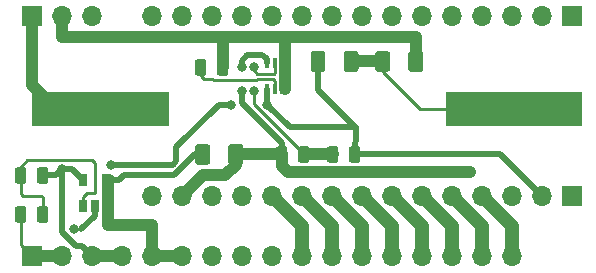
<source format=gbr>
G04 #@! TF.GenerationSoftware,KiCad,Pcbnew,5.1.5+dfsg1-2build2*
G04 #@! TF.CreationDate,2021-06-04T03:42:04+02:00*
G04 #@! TF.ProjectId,circuit8,63697263-7569-4743-982e-6b696361645f,rev?*
G04 #@! TF.SameCoordinates,Original*
G04 #@! TF.FileFunction,Copper,L1,Top*
G04 #@! TF.FilePolarity,Positive*
%FSLAX46Y46*%
G04 Gerber Fmt 4.6, Leading zero omitted, Abs format (unit mm)*
G04 Created by KiCad (PCBNEW 5.1.5+dfsg1-2build2) date 2021-06-04 03:42:04*
%MOMM*%
%LPD*%
G04 APERTURE LIST*
%ADD10R,6.000000X3.000000*%
%ADD11O,1.700000X1.700000*%
%ADD12R,1.700000X1.700000*%
%ADD13C,0.100000*%
%ADD14R,0.400000X0.900000*%
%ADD15R,0.650000X1.060000*%
%ADD16C,0.800000*%
%ADD17C,0.250000*%
%ADD18C,0.500000*%
%ADD19C,1.000000*%
%ADD20C,1.200000*%
G04 APERTURE END LIST*
D10*
X28432000Y-33274000D03*
X69032000Y-33274000D03*
X34032000Y-33274000D03*
X63432000Y-33274000D03*
D11*
X35560000Y-25400000D03*
X38100000Y-25400000D03*
X40640000Y-25400000D03*
X43180000Y-25400000D03*
X45720000Y-25400000D03*
X48260000Y-25400000D03*
X50800000Y-25400000D03*
X53340000Y-25400000D03*
X55880000Y-25400000D03*
X58420000Y-25400000D03*
X60960000Y-25400000D03*
X63500000Y-25400000D03*
X66040000Y-25400000D03*
X68580000Y-25400000D03*
D12*
X71120000Y-25400000D03*
G04 #@! TA.AperFunction,SMDPad,CuDef*
D13*
G36*
X58317504Y-28336204D02*
G01*
X58341773Y-28339804D01*
X58365571Y-28345765D01*
X58388671Y-28354030D01*
X58410849Y-28364520D01*
X58431893Y-28377133D01*
X58451598Y-28391747D01*
X58469777Y-28408223D01*
X58486253Y-28426402D01*
X58500867Y-28446107D01*
X58513480Y-28467151D01*
X58523970Y-28489329D01*
X58532235Y-28512429D01*
X58538196Y-28536227D01*
X58541796Y-28560496D01*
X58543000Y-28585000D01*
X58543000Y-29835000D01*
X58541796Y-29859504D01*
X58538196Y-29883773D01*
X58532235Y-29907571D01*
X58523970Y-29930671D01*
X58513480Y-29952849D01*
X58500867Y-29973893D01*
X58486253Y-29993598D01*
X58469777Y-30011777D01*
X58451598Y-30028253D01*
X58431893Y-30042867D01*
X58410849Y-30055480D01*
X58388671Y-30065970D01*
X58365571Y-30074235D01*
X58341773Y-30080196D01*
X58317504Y-30083796D01*
X58293000Y-30085000D01*
X57543000Y-30085000D01*
X57518496Y-30083796D01*
X57494227Y-30080196D01*
X57470429Y-30074235D01*
X57447329Y-30065970D01*
X57425151Y-30055480D01*
X57404107Y-30042867D01*
X57384402Y-30028253D01*
X57366223Y-30011777D01*
X57349747Y-29993598D01*
X57335133Y-29973893D01*
X57322520Y-29952849D01*
X57312030Y-29930671D01*
X57303765Y-29907571D01*
X57297804Y-29883773D01*
X57294204Y-29859504D01*
X57293000Y-29835000D01*
X57293000Y-28585000D01*
X57294204Y-28560496D01*
X57297804Y-28536227D01*
X57303765Y-28512429D01*
X57312030Y-28489329D01*
X57322520Y-28467151D01*
X57335133Y-28446107D01*
X57349747Y-28426402D01*
X57366223Y-28408223D01*
X57384402Y-28391747D01*
X57404107Y-28377133D01*
X57425151Y-28364520D01*
X57447329Y-28354030D01*
X57470429Y-28345765D01*
X57494227Y-28339804D01*
X57518496Y-28336204D01*
X57543000Y-28335000D01*
X58293000Y-28335000D01*
X58317504Y-28336204D01*
G37*
G04 #@! TD.AperFunction*
G04 #@! TA.AperFunction,SMDPad,CuDef*
G36*
X55517504Y-28336204D02*
G01*
X55541773Y-28339804D01*
X55565571Y-28345765D01*
X55588671Y-28354030D01*
X55610849Y-28364520D01*
X55631893Y-28377133D01*
X55651598Y-28391747D01*
X55669777Y-28408223D01*
X55686253Y-28426402D01*
X55700867Y-28446107D01*
X55713480Y-28467151D01*
X55723970Y-28489329D01*
X55732235Y-28512429D01*
X55738196Y-28536227D01*
X55741796Y-28560496D01*
X55743000Y-28585000D01*
X55743000Y-29835000D01*
X55741796Y-29859504D01*
X55738196Y-29883773D01*
X55732235Y-29907571D01*
X55723970Y-29930671D01*
X55713480Y-29952849D01*
X55700867Y-29973893D01*
X55686253Y-29993598D01*
X55669777Y-30011777D01*
X55651598Y-30028253D01*
X55631893Y-30042867D01*
X55610849Y-30055480D01*
X55588671Y-30065970D01*
X55565571Y-30074235D01*
X55541773Y-30080196D01*
X55517504Y-30083796D01*
X55493000Y-30085000D01*
X54743000Y-30085000D01*
X54718496Y-30083796D01*
X54694227Y-30080196D01*
X54670429Y-30074235D01*
X54647329Y-30065970D01*
X54625151Y-30055480D01*
X54604107Y-30042867D01*
X54584402Y-30028253D01*
X54566223Y-30011777D01*
X54549747Y-29993598D01*
X54535133Y-29973893D01*
X54522520Y-29952849D01*
X54512030Y-29930671D01*
X54503765Y-29907571D01*
X54497804Y-29883773D01*
X54494204Y-29859504D01*
X54493000Y-29835000D01*
X54493000Y-28585000D01*
X54494204Y-28560496D01*
X54497804Y-28536227D01*
X54503765Y-28512429D01*
X54512030Y-28489329D01*
X54522520Y-28467151D01*
X54535133Y-28446107D01*
X54549747Y-28426402D01*
X54566223Y-28408223D01*
X54584402Y-28391747D01*
X54604107Y-28377133D01*
X54625151Y-28364520D01*
X54647329Y-28354030D01*
X54670429Y-28345765D01*
X54694227Y-28339804D01*
X54718496Y-28336204D01*
X54743000Y-28335000D01*
X55493000Y-28335000D01*
X55517504Y-28336204D01*
G37*
G04 #@! TD.AperFunction*
G04 #@! TA.AperFunction,SMDPad,CuDef*
G36*
X50053504Y-28336204D02*
G01*
X50077773Y-28339804D01*
X50101571Y-28345765D01*
X50124671Y-28354030D01*
X50146849Y-28364520D01*
X50167893Y-28377133D01*
X50187598Y-28391747D01*
X50205777Y-28408223D01*
X50222253Y-28426402D01*
X50236867Y-28446107D01*
X50249480Y-28467151D01*
X50259970Y-28489329D01*
X50268235Y-28512429D01*
X50274196Y-28536227D01*
X50277796Y-28560496D01*
X50279000Y-28585000D01*
X50279000Y-29835000D01*
X50277796Y-29859504D01*
X50274196Y-29883773D01*
X50268235Y-29907571D01*
X50259970Y-29930671D01*
X50249480Y-29952849D01*
X50236867Y-29973893D01*
X50222253Y-29993598D01*
X50205777Y-30011777D01*
X50187598Y-30028253D01*
X50167893Y-30042867D01*
X50146849Y-30055480D01*
X50124671Y-30065970D01*
X50101571Y-30074235D01*
X50077773Y-30080196D01*
X50053504Y-30083796D01*
X50029000Y-30085000D01*
X49279000Y-30085000D01*
X49254496Y-30083796D01*
X49230227Y-30080196D01*
X49206429Y-30074235D01*
X49183329Y-30065970D01*
X49161151Y-30055480D01*
X49140107Y-30042867D01*
X49120402Y-30028253D01*
X49102223Y-30011777D01*
X49085747Y-29993598D01*
X49071133Y-29973893D01*
X49058520Y-29952849D01*
X49048030Y-29930671D01*
X49039765Y-29907571D01*
X49033804Y-29883773D01*
X49030204Y-29859504D01*
X49029000Y-29835000D01*
X49029000Y-28585000D01*
X49030204Y-28560496D01*
X49033804Y-28536227D01*
X49039765Y-28512429D01*
X49048030Y-28489329D01*
X49058520Y-28467151D01*
X49071133Y-28446107D01*
X49085747Y-28426402D01*
X49102223Y-28408223D01*
X49120402Y-28391747D01*
X49140107Y-28377133D01*
X49161151Y-28364520D01*
X49183329Y-28354030D01*
X49206429Y-28345765D01*
X49230227Y-28339804D01*
X49254496Y-28336204D01*
X49279000Y-28335000D01*
X50029000Y-28335000D01*
X50053504Y-28336204D01*
G37*
G04 #@! TD.AperFunction*
G04 #@! TA.AperFunction,SMDPad,CuDef*
G36*
X52853504Y-28336204D02*
G01*
X52877773Y-28339804D01*
X52901571Y-28345765D01*
X52924671Y-28354030D01*
X52946849Y-28364520D01*
X52967893Y-28377133D01*
X52987598Y-28391747D01*
X53005777Y-28408223D01*
X53022253Y-28426402D01*
X53036867Y-28446107D01*
X53049480Y-28467151D01*
X53059970Y-28489329D01*
X53068235Y-28512429D01*
X53074196Y-28536227D01*
X53077796Y-28560496D01*
X53079000Y-28585000D01*
X53079000Y-29835000D01*
X53077796Y-29859504D01*
X53074196Y-29883773D01*
X53068235Y-29907571D01*
X53059970Y-29930671D01*
X53049480Y-29952849D01*
X53036867Y-29973893D01*
X53022253Y-29993598D01*
X53005777Y-30011777D01*
X52987598Y-30028253D01*
X52967893Y-30042867D01*
X52946849Y-30055480D01*
X52924671Y-30065970D01*
X52901571Y-30074235D01*
X52877773Y-30080196D01*
X52853504Y-30083796D01*
X52829000Y-30085000D01*
X52079000Y-30085000D01*
X52054496Y-30083796D01*
X52030227Y-30080196D01*
X52006429Y-30074235D01*
X51983329Y-30065970D01*
X51961151Y-30055480D01*
X51940107Y-30042867D01*
X51920402Y-30028253D01*
X51902223Y-30011777D01*
X51885747Y-29993598D01*
X51871133Y-29973893D01*
X51858520Y-29952849D01*
X51848030Y-29930671D01*
X51839765Y-29907571D01*
X51833804Y-29883773D01*
X51830204Y-29859504D01*
X51829000Y-29835000D01*
X51829000Y-28585000D01*
X51830204Y-28560496D01*
X51833804Y-28536227D01*
X51839765Y-28512429D01*
X51848030Y-28489329D01*
X51858520Y-28467151D01*
X51871133Y-28446107D01*
X51885747Y-28426402D01*
X51902223Y-28408223D01*
X51920402Y-28391747D01*
X51940107Y-28377133D01*
X51961151Y-28364520D01*
X51983329Y-28354030D01*
X52006429Y-28345765D01*
X52030227Y-28339804D01*
X52054496Y-28336204D01*
X52079000Y-28335000D01*
X52829000Y-28335000D01*
X52853504Y-28336204D01*
G37*
G04 #@! TD.AperFunction*
G04 #@! TA.AperFunction,SMDPad,CuDef*
G36*
X40277504Y-36210204D02*
G01*
X40301773Y-36213804D01*
X40325571Y-36219765D01*
X40348671Y-36228030D01*
X40370849Y-36238520D01*
X40391893Y-36251133D01*
X40411598Y-36265747D01*
X40429777Y-36282223D01*
X40446253Y-36300402D01*
X40460867Y-36320107D01*
X40473480Y-36341151D01*
X40483970Y-36363329D01*
X40492235Y-36386429D01*
X40498196Y-36410227D01*
X40501796Y-36434496D01*
X40503000Y-36459000D01*
X40503000Y-37709000D01*
X40501796Y-37733504D01*
X40498196Y-37757773D01*
X40492235Y-37781571D01*
X40483970Y-37804671D01*
X40473480Y-37826849D01*
X40460867Y-37847893D01*
X40446253Y-37867598D01*
X40429777Y-37885777D01*
X40411598Y-37902253D01*
X40391893Y-37916867D01*
X40370849Y-37929480D01*
X40348671Y-37939970D01*
X40325571Y-37948235D01*
X40301773Y-37954196D01*
X40277504Y-37957796D01*
X40253000Y-37959000D01*
X39503000Y-37959000D01*
X39478496Y-37957796D01*
X39454227Y-37954196D01*
X39430429Y-37948235D01*
X39407329Y-37939970D01*
X39385151Y-37929480D01*
X39364107Y-37916867D01*
X39344402Y-37902253D01*
X39326223Y-37885777D01*
X39309747Y-37867598D01*
X39295133Y-37847893D01*
X39282520Y-37826849D01*
X39272030Y-37804671D01*
X39263765Y-37781571D01*
X39257804Y-37757773D01*
X39254204Y-37733504D01*
X39253000Y-37709000D01*
X39253000Y-36459000D01*
X39254204Y-36434496D01*
X39257804Y-36410227D01*
X39263765Y-36386429D01*
X39272030Y-36363329D01*
X39282520Y-36341151D01*
X39295133Y-36320107D01*
X39309747Y-36300402D01*
X39326223Y-36282223D01*
X39344402Y-36265747D01*
X39364107Y-36251133D01*
X39385151Y-36238520D01*
X39407329Y-36228030D01*
X39430429Y-36219765D01*
X39454227Y-36213804D01*
X39478496Y-36210204D01*
X39503000Y-36209000D01*
X40253000Y-36209000D01*
X40277504Y-36210204D01*
G37*
G04 #@! TD.AperFunction*
G04 #@! TA.AperFunction,SMDPad,CuDef*
G36*
X43077504Y-36210204D02*
G01*
X43101773Y-36213804D01*
X43125571Y-36219765D01*
X43148671Y-36228030D01*
X43170849Y-36238520D01*
X43191893Y-36251133D01*
X43211598Y-36265747D01*
X43229777Y-36282223D01*
X43246253Y-36300402D01*
X43260867Y-36320107D01*
X43273480Y-36341151D01*
X43283970Y-36363329D01*
X43292235Y-36386429D01*
X43298196Y-36410227D01*
X43301796Y-36434496D01*
X43303000Y-36459000D01*
X43303000Y-37709000D01*
X43301796Y-37733504D01*
X43298196Y-37757773D01*
X43292235Y-37781571D01*
X43283970Y-37804671D01*
X43273480Y-37826849D01*
X43260867Y-37847893D01*
X43246253Y-37867598D01*
X43229777Y-37885777D01*
X43211598Y-37902253D01*
X43191893Y-37916867D01*
X43170849Y-37929480D01*
X43148671Y-37939970D01*
X43125571Y-37948235D01*
X43101773Y-37954196D01*
X43077504Y-37957796D01*
X43053000Y-37959000D01*
X42303000Y-37959000D01*
X42278496Y-37957796D01*
X42254227Y-37954196D01*
X42230429Y-37948235D01*
X42207329Y-37939970D01*
X42185151Y-37929480D01*
X42164107Y-37916867D01*
X42144402Y-37902253D01*
X42126223Y-37885777D01*
X42109747Y-37867598D01*
X42095133Y-37847893D01*
X42082520Y-37826849D01*
X42072030Y-37804671D01*
X42063765Y-37781571D01*
X42057804Y-37757773D01*
X42054204Y-37733504D01*
X42053000Y-37709000D01*
X42053000Y-36459000D01*
X42054204Y-36434496D01*
X42057804Y-36410227D01*
X42063765Y-36386429D01*
X42072030Y-36363329D01*
X42082520Y-36341151D01*
X42095133Y-36320107D01*
X42109747Y-36300402D01*
X42126223Y-36282223D01*
X42144402Y-36265747D01*
X42164107Y-36251133D01*
X42185151Y-36238520D01*
X42207329Y-36228030D01*
X42230429Y-36219765D01*
X42254227Y-36213804D01*
X42278496Y-36210204D01*
X42303000Y-36209000D01*
X43053000Y-36209000D01*
X43077504Y-36210204D01*
G37*
G04 #@! TD.AperFunction*
D12*
X71120000Y-40640000D03*
D11*
X68580000Y-40640000D03*
X66040000Y-40640000D03*
X63500000Y-40640000D03*
X60960000Y-40640000D03*
X58420000Y-40640000D03*
X55880000Y-40640000D03*
X53340000Y-40640000D03*
X50800000Y-40640000D03*
X48260000Y-40640000D03*
X45720000Y-40640000D03*
X43180000Y-40640000D03*
X40640000Y-40640000D03*
X38100000Y-40640000D03*
X35560000Y-40640000D03*
D12*
X25400000Y-45720000D03*
D11*
X27940000Y-45720000D03*
X30480000Y-45720000D03*
X33020000Y-45720000D03*
X35560000Y-45720000D03*
X38100000Y-45720000D03*
X40640000Y-45720000D03*
X43180000Y-45720000D03*
X45720000Y-45720000D03*
X48260000Y-45720000D03*
X50800000Y-45720000D03*
X53340000Y-45720000D03*
X55880000Y-45720000D03*
X58420000Y-45720000D03*
X60960000Y-45720000D03*
X63500000Y-45720000D03*
X66040000Y-45720000D03*
G04 #@! TA.AperFunction,SMDPad,CuDef*
D13*
G36*
X41845142Y-29019174D02*
G01*
X41868803Y-29022684D01*
X41892007Y-29028496D01*
X41914529Y-29036554D01*
X41936153Y-29046782D01*
X41956670Y-29059079D01*
X41975883Y-29073329D01*
X41993607Y-29089393D01*
X42009671Y-29107117D01*
X42023921Y-29126330D01*
X42036218Y-29146847D01*
X42046446Y-29168471D01*
X42054504Y-29190993D01*
X42060316Y-29214197D01*
X42063826Y-29237858D01*
X42065000Y-29261750D01*
X42065000Y-30174250D01*
X42063826Y-30198142D01*
X42060316Y-30221803D01*
X42054504Y-30245007D01*
X42046446Y-30267529D01*
X42036218Y-30289153D01*
X42023921Y-30309670D01*
X42009671Y-30328883D01*
X41993607Y-30346607D01*
X41975883Y-30362671D01*
X41956670Y-30376921D01*
X41936153Y-30389218D01*
X41914529Y-30399446D01*
X41892007Y-30407504D01*
X41868803Y-30413316D01*
X41845142Y-30416826D01*
X41821250Y-30418000D01*
X41333750Y-30418000D01*
X41309858Y-30416826D01*
X41286197Y-30413316D01*
X41262993Y-30407504D01*
X41240471Y-30399446D01*
X41218847Y-30389218D01*
X41198330Y-30376921D01*
X41179117Y-30362671D01*
X41161393Y-30346607D01*
X41145329Y-30328883D01*
X41131079Y-30309670D01*
X41118782Y-30289153D01*
X41108554Y-30267529D01*
X41100496Y-30245007D01*
X41094684Y-30221803D01*
X41091174Y-30198142D01*
X41090000Y-30174250D01*
X41090000Y-29261750D01*
X41091174Y-29237858D01*
X41094684Y-29214197D01*
X41100496Y-29190993D01*
X41108554Y-29168471D01*
X41118782Y-29146847D01*
X41131079Y-29126330D01*
X41145329Y-29107117D01*
X41161393Y-29089393D01*
X41179117Y-29073329D01*
X41198330Y-29059079D01*
X41218847Y-29046782D01*
X41240471Y-29036554D01*
X41262993Y-29028496D01*
X41286197Y-29022684D01*
X41309858Y-29019174D01*
X41333750Y-29018000D01*
X41821250Y-29018000D01*
X41845142Y-29019174D01*
G37*
G04 #@! TD.AperFunction*
G04 #@! TA.AperFunction,SMDPad,CuDef*
G36*
X39970142Y-29019174D02*
G01*
X39993803Y-29022684D01*
X40017007Y-29028496D01*
X40039529Y-29036554D01*
X40061153Y-29046782D01*
X40081670Y-29059079D01*
X40100883Y-29073329D01*
X40118607Y-29089393D01*
X40134671Y-29107117D01*
X40148921Y-29126330D01*
X40161218Y-29146847D01*
X40171446Y-29168471D01*
X40179504Y-29190993D01*
X40185316Y-29214197D01*
X40188826Y-29237858D01*
X40190000Y-29261750D01*
X40190000Y-30174250D01*
X40188826Y-30198142D01*
X40185316Y-30221803D01*
X40179504Y-30245007D01*
X40171446Y-30267529D01*
X40161218Y-30289153D01*
X40148921Y-30309670D01*
X40134671Y-30328883D01*
X40118607Y-30346607D01*
X40100883Y-30362671D01*
X40081670Y-30376921D01*
X40061153Y-30389218D01*
X40039529Y-30399446D01*
X40017007Y-30407504D01*
X39993803Y-30413316D01*
X39970142Y-30416826D01*
X39946250Y-30418000D01*
X39458750Y-30418000D01*
X39434858Y-30416826D01*
X39411197Y-30413316D01*
X39387993Y-30407504D01*
X39365471Y-30399446D01*
X39343847Y-30389218D01*
X39323330Y-30376921D01*
X39304117Y-30362671D01*
X39286393Y-30346607D01*
X39270329Y-30328883D01*
X39256079Y-30309670D01*
X39243782Y-30289153D01*
X39233554Y-30267529D01*
X39225496Y-30245007D01*
X39219684Y-30221803D01*
X39216174Y-30198142D01*
X39215000Y-30174250D01*
X39215000Y-29261750D01*
X39216174Y-29237858D01*
X39219684Y-29214197D01*
X39225496Y-29190993D01*
X39233554Y-29168471D01*
X39243782Y-29146847D01*
X39256079Y-29126330D01*
X39270329Y-29107117D01*
X39286393Y-29089393D01*
X39304117Y-29073329D01*
X39323330Y-29059079D01*
X39343847Y-29046782D01*
X39365471Y-29036554D01*
X39387993Y-29028496D01*
X39411197Y-29022684D01*
X39434858Y-29019174D01*
X39458750Y-29018000D01*
X39946250Y-29018000D01*
X39970142Y-29019174D01*
G37*
G04 #@! TD.AperFunction*
G04 #@! TA.AperFunction,SMDPad,CuDef*
G36*
X53021142Y-36385174D02*
G01*
X53044803Y-36388684D01*
X53068007Y-36394496D01*
X53090529Y-36402554D01*
X53112153Y-36412782D01*
X53132670Y-36425079D01*
X53151883Y-36439329D01*
X53169607Y-36455393D01*
X53185671Y-36473117D01*
X53199921Y-36492330D01*
X53212218Y-36512847D01*
X53222446Y-36534471D01*
X53230504Y-36556993D01*
X53236316Y-36580197D01*
X53239826Y-36603858D01*
X53241000Y-36627750D01*
X53241000Y-37540250D01*
X53239826Y-37564142D01*
X53236316Y-37587803D01*
X53230504Y-37611007D01*
X53222446Y-37633529D01*
X53212218Y-37655153D01*
X53199921Y-37675670D01*
X53185671Y-37694883D01*
X53169607Y-37712607D01*
X53151883Y-37728671D01*
X53132670Y-37742921D01*
X53112153Y-37755218D01*
X53090529Y-37765446D01*
X53068007Y-37773504D01*
X53044803Y-37779316D01*
X53021142Y-37782826D01*
X52997250Y-37784000D01*
X52509750Y-37784000D01*
X52485858Y-37782826D01*
X52462197Y-37779316D01*
X52438993Y-37773504D01*
X52416471Y-37765446D01*
X52394847Y-37755218D01*
X52374330Y-37742921D01*
X52355117Y-37728671D01*
X52337393Y-37712607D01*
X52321329Y-37694883D01*
X52307079Y-37675670D01*
X52294782Y-37655153D01*
X52284554Y-37633529D01*
X52276496Y-37611007D01*
X52270684Y-37587803D01*
X52267174Y-37564142D01*
X52266000Y-37540250D01*
X52266000Y-36627750D01*
X52267174Y-36603858D01*
X52270684Y-36580197D01*
X52276496Y-36556993D01*
X52284554Y-36534471D01*
X52294782Y-36512847D01*
X52307079Y-36492330D01*
X52321329Y-36473117D01*
X52337393Y-36455393D01*
X52355117Y-36439329D01*
X52374330Y-36425079D01*
X52394847Y-36412782D01*
X52416471Y-36402554D01*
X52438993Y-36394496D01*
X52462197Y-36388684D01*
X52485858Y-36385174D01*
X52509750Y-36384000D01*
X52997250Y-36384000D01*
X53021142Y-36385174D01*
G37*
G04 #@! TD.AperFunction*
G04 #@! TA.AperFunction,SMDPad,CuDef*
G36*
X51146142Y-36385174D02*
G01*
X51169803Y-36388684D01*
X51193007Y-36394496D01*
X51215529Y-36402554D01*
X51237153Y-36412782D01*
X51257670Y-36425079D01*
X51276883Y-36439329D01*
X51294607Y-36455393D01*
X51310671Y-36473117D01*
X51324921Y-36492330D01*
X51337218Y-36512847D01*
X51347446Y-36534471D01*
X51355504Y-36556993D01*
X51361316Y-36580197D01*
X51364826Y-36603858D01*
X51366000Y-36627750D01*
X51366000Y-37540250D01*
X51364826Y-37564142D01*
X51361316Y-37587803D01*
X51355504Y-37611007D01*
X51347446Y-37633529D01*
X51337218Y-37655153D01*
X51324921Y-37675670D01*
X51310671Y-37694883D01*
X51294607Y-37712607D01*
X51276883Y-37728671D01*
X51257670Y-37742921D01*
X51237153Y-37755218D01*
X51215529Y-37765446D01*
X51193007Y-37773504D01*
X51169803Y-37779316D01*
X51146142Y-37782826D01*
X51122250Y-37784000D01*
X50634750Y-37784000D01*
X50610858Y-37782826D01*
X50587197Y-37779316D01*
X50563993Y-37773504D01*
X50541471Y-37765446D01*
X50519847Y-37755218D01*
X50499330Y-37742921D01*
X50480117Y-37728671D01*
X50462393Y-37712607D01*
X50446329Y-37694883D01*
X50432079Y-37675670D01*
X50419782Y-37655153D01*
X50409554Y-37633529D01*
X50401496Y-37611007D01*
X50395684Y-37587803D01*
X50392174Y-37564142D01*
X50391000Y-37540250D01*
X50391000Y-36627750D01*
X50392174Y-36603858D01*
X50395684Y-36580197D01*
X50401496Y-36556993D01*
X50409554Y-36534471D01*
X50419782Y-36512847D01*
X50432079Y-36492330D01*
X50446329Y-36473117D01*
X50462393Y-36455393D01*
X50480117Y-36439329D01*
X50499330Y-36425079D01*
X50519847Y-36412782D01*
X50541471Y-36402554D01*
X50563993Y-36394496D01*
X50587197Y-36388684D01*
X50610858Y-36385174D01*
X50634750Y-36384000D01*
X51122250Y-36384000D01*
X51146142Y-36385174D01*
G37*
G04 #@! TD.AperFunction*
G04 #@! TA.AperFunction,SMDPad,CuDef*
G36*
X46828142Y-36385174D02*
G01*
X46851803Y-36388684D01*
X46875007Y-36394496D01*
X46897529Y-36402554D01*
X46919153Y-36412782D01*
X46939670Y-36425079D01*
X46958883Y-36439329D01*
X46976607Y-36455393D01*
X46992671Y-36473117D01*
X47006921Y-36492330D01*
X47019218Y-36512847D01*
X47029446Y-36534471D01*
X47037504Y-36556993D01*
X47043316Y-36580197D01*
X47046826Y-36603858D01*
X47048000Y-36627750D01*
X47048000Y-37540250D01*
X47046826Y-37564142D01*
X47043316Y-37587803D01*
X47037504Y-37611007D01*
X47029446Y-37633529D01*
X47019218Y-37655153D01*
X47006921Y-37675670D01*
X46992671Y-37694883D01*
X46976607Y-37712607D01*
X46958883Y-37728671D01*
X46939670Y-37742921D01*
X46919153Y-37755218D01*
X46897529Y-37765446D01*
X46875007Y-37773504D01*
X46851803Y-37779316D01*
X46828142Y-37782826D01*
X46804250Y-37784000D01*
X46316750Y-37784000D01*
X46292858Y-37782826D01*
X46269197Y-37779316D01*
X46245993Y-37773504D01*
X46223471Y-37765446D01*
X46201847Y-37755218D01*
X46181330Y-37742921D01*
X46162117Y-37728671D01*
X46144393Y-37712607D01*
X46128329Y-37694883D01*
X46114079Y-37675670D01*
X46101782Y-37655153D01*
X46091554Y-37633529D01*
X46083496Y-37611007D01*
X46077684Y-37587803D01*
X46074174Y-37564142D01*
X46073000Y-37540250D01*
X46073000Y-36627750D01*
X46074174Y-36603858D01*
X46077684Y-36580197D01*
X46083496Y-36556993D01*
X46091554Y-36534471D01*
X46101782Y-36512847D01*
X46114079Y-36492330D01*
X46128329Y-36473117D01*
X46144393Y-36455393D01*
X46162117Y-36439329D01*
X46181330Y-36425079D01*
X46201847Y-36412782D01*
X46223471Y-36402554D01*
X46245993Y-36394496D01*
X46269197Y-36388684D01*
X46292858Y-36385174D01*
X46316750Y-36384000D01*
X46804250Y-36384000D01*
X46828142Y-36385174D01*
G37*
G04 #@! TD.AperFunction*
G04 #@! TA.AperFunction,SMDPad,CuDef*
G36*
X48703142Y-36385174D02*
G01*
X48726803Y-36388684D01*
X48750007Y-36394496D01*
X48772529Y-36402554D01*
X48794153Y-36412782D01*
X48814670Y-36425079D01*
X48833883Y-36439329D01*
X48851607Y-36455393D01*
X48867671Y-36473117D01*
X48881921Y-36492330D01*
X48894218Y-36512847D01*
X48904446Y-36534471D01*
X48912504Y-36556993D01*
X48918316Y-36580197D01*
X48921826Y-36603858D01*
X48923000Y-36627750D01*
X48923000Y-37540250D01*
X48921826Y-37564142D01*
X48918316Y-37587803D01*
X48912504Y-37611007D01*
X48904446Y-37633529D01*
X48894218Y-37655153D01*
X48881921Y-37675670D01*
X48867671Y-37694883D01*
X48851607Y-37712607D01*
X48833883Y-37728671D01*
X48814670Y-37742921D01*
X48794153Y-37755218D01*
X48772529Y-37765446D01*
X48750007Y-37773504D01*
X48726803Y-37779316D01*
X48703142Y-37782826D01*
X48679250Y-37784000D01*
X48191750Y-37784000D01*
X48167858Y-37782826D01*
X48144197Y-37779316D01*
X48120993Y-37773504D01*
X48098471Y-37765446D01*
X48076847Y-37755218D01*
X48056330Y-37742921D01*
X48037117Y-37728671D01*
X48019393Y-37712607D01*
X48003329Y-37694883D01*
X47989079Y-37675670D01*
X47976782Y-37655153D01*
X47966554Y-37633529D01*
X47958496Y-37611007D01*
X47952684Y-37587803D01*
X47949174Y-37564142D01*
X47948000Y-37540250D01*
X47948000Y-36627750D01*
X47949174Y-36603858D01*
X47952684Y-36580197D01*
X47958496Y-36556993D01*
X47966554Y-36534471D01*
X47976782Y-36512847D01*
X47989079Y-36492330D01*
X48003329Y-36473117D01*
X48019393Y-36455393D01*
X48037117Y-36439329D01*
X48056330Y-36425079D01*
X48076847Y-36412782D01*
X48098471Y-36402554D01*
X48120993Y-36394496D01*
X48144197Y-36388684D01*
X48167858Y-36385174D01*
X48191750Y-36384000D01*
X48679250Y-36384000D01*
X48703142Y-36385174D01*
G37*
G04 #@! TD.AperFunction*
G04 #@! TA.AperFunction,SMDPad,CuDef*
G36*
X24730142Y-38163174D02*
G01*
X24753803Y-38166684D01*
X24777007Y-38172496D01*
X24799529Y-38180554D01*
X24821153Y-38190782D01*
X24841670Y-38203079D01*
X24860883Y-38217329D01*
X24878607Y-38233393D01*
X24894671Y-38251117D01*
X24908921Y-38270330D01*
X24921218Y-38290847D01*
X24931446Y-38312471D01*
X24939504Y-38334993D01*
X24945316Y-38358197D01*
X24948826Y-38381858D01*
X24950000Y-38405750D01*
X24950000Y-39318250D01*
X24948826Y-39342142D01*
X24945316Y-39365803D01*
X24939504Y-39389007D01*
X24931446Y-39411529D01*
X24921218Y-39433153D01*
X24908921Y-39453670D01*
X24894671Y-39472883D01*
X24878607Y-39490607D01*
X24860883Y-39506671D01*
X24841670Y-39520921D01*
X24821153Y-39533218D01*
X24799529Y-39543446D01*
X24777007Y-39551504D01*
X24753803Y-39557316D01*
X24730142Y-39560826D01*
X24706250Y-39562000D01*
X24218750Y-39562000D01*
X24194858Y-39560826D01*
X24171197Y-39557316D01*
X24147993Y-39551504D01*
X24125471Y-39543446D01*
X24103847Y-39533218D01*
X24083330Y-39520921D01*
X24064117Y-39506671D01*
X24046393Y-39490607D01*
X24030329Y-39472883D01*
X24016079Y-39453670D01*
X24003782Y-39433153D01*
X23993554Y-39411529D01*
X23985496Y-39389007D01*
X23979684Y-39365803D01*
X23976174Y-39342142D01*
X23975000Y-39318250D01*
X23975000Y-38405750D01*
X23976174Y-38381858D01*
X23979684Y-38358197D01*
X23985496Y-38334993D01*
X23993554Y-38312471D01*
X24003782Y-38290847D01*
X24016079Y-38270330D01*
X24030329Y-38251117D01*
X24046393Y-38233393D01*
X24064117Y-38217329D01*
X24083330Y-38203079D01*
X24103847Y-38190782D01*
X24125471Y-38180554D01*
X24147993Y-38172496D01*
X24171197Y-38166684D01*
X24194858Y-38163174D01*
X24218750Y-38162000D01*
X24706250Y-38162000D01*
X24730142Y-38163174D01*
G37*
G04 #@! TD.AperFunction*
G04 #@! TA.AperFunction,SMDPad,CuDef*
G36*
X26605142Y-38163174D02*
G01*
X26628803Y-38166684D01*
X26652007Y-38172496D01*
X26674529Y-38180554D01*
X26696153Y-38190782D01*
X26716670Y-38203079D01*
X26735883Y-38217329D01*
X26753607Y-38233393D01*
X26769671Y-38251117D01*
X26783921Y-38270330D01*
X26796218Y-38290847D01*
X26806446Y-38312471D01*
X26814504Y-38334993D01*
X26820316Y-38358197D01*
X26823826Y-38381858D01*
X26825000Y-38405750D01*
X26825000Y-39318250D01*
X26823826Y-39342142D01*
X26820316Y-39365803D01*
X26814504Y-39389007D01*
X26806446Y-39411529D01*
X26796218Y-39433153D01*
X26783921Y-39453670D01*
X26769671Y-39472883D01*
X26753607Y-39490607D01*
X26735883Y-39506671D01*
X26716670Y-39520921D01*
X26696153Y-39533218D01*
X26674529Y-39543446D01*
X26652007Y-39551504D01*
X26628803Y-39557316D01*
X26605142Y-39560826D01*
X26581250Y-39562000D01*
X26093750Y-39562000D01*
X26069858Y-39560826D01*
X26046197Y-39557316D01*
X26022993Y-39551504D01*
X26000471Y-39543446D01*
X25978847Y-39533218D01*
X25958330Y-39520921D01*
X25939117Y-39506671D01*
X25921393Y-39490607D01*
X25905329Y-39472883D01*
X25891079Y-39453670D01*
X25878782Y-39433153D01*
X25868554Y-39411529D01*
X25860496Y-39389007D01*
X25854684Y-39365803D01*
X25851174Y-39342142D01*
X25850000Y-39318250D01*
X25850000Y-38405750D01*
X25851174Y-38381858D01*
X25854684Y-38358197D01*
X25860496Y-38334993D01*
X25868554Y-38312471D01*
X25878782Y-38290847D01*
X25891079Y-38270330D01*
X25905329Y-38251117D01*
X25921393Y-38233393D01*
X25939117Y-38217329D01*
X25958330Y-38203079D01*
X25978847Y-38190782D01*
X26000471Y-38180554D01*
X26022993Y-38172496D01*
X26046197Y-38166684D01*
X26069858Y-38163174D01*
X26093750Y-38162000D01*
X26581250Y-38162000D01*
X26605142Y-38163174D01*
G37*
G04 #@! TD.AperFunction*
G04 #@! TA.AperFunction,SMDPad,CuDef*
G36*
X26605142Y-41465174D02*
G01*
X26628803Y-41468684D01*
X26652007Y-41474496D01*
X26674529Y-41482554D01*
X26696153Y-41492782D01*
X26716670Y-41505079D01*
X26735883Y-41519329D01*
X26753607Y-41535393D01*
X26769671Y-41553117D01*
X26783921Y-41572330D01*
X26796218Y-41592847D01*
X26806446Y-41614471D01*
X26814504Y-41636993D01*
X26820316Y-41660197D01*
X26823826Y-41683858D01*
X26825000Y-41707750D01*
X26825000Y-42620250D01*
X26823826Y-42644142D01*
X26820316Y-42667803D01*
X26814504Y-42691007D01*
X26806446Y-42713529D01*
X26796218Y-42735153D01*
X26783921Y-42755670D01*
X26769671Y-42774883D01*
X26753607Y-42792607D01*
X26735883Y-42808671D01*
X26716670Y-42822921D01*
X26696153Y-42835218D01*
X26674529Y-42845446D01*
X26652007Y-42853504D01*
X26628803Y-42859316D01*
X26605142Y-42862826D01*
X26581250Y-42864000D01*
X26093750Y-42864000D01*
X26069858Y-42862826D01*
X26046197Y-42859316D01*
X26022993Y-42853504D01*
X26000471Y-42845446D01*
X25978847Y-42835218D01*
X25958330Y-42822921D01*
X25939117Y-42808671D01*
X25921393Y-42792607D01*
X25905329Y-42774883D01*
X25891079Y-42755670D01*
X25878782Y-42735153D01*
X25868554Y-42713529D01*
X25860496Y-42691007D01*
X25854684Y-42667803D01*
X25851174Y-42644142D01*
X25850000Y-42620250D01*
X25850000Y-41707750D01*
X25851174Y-41683858D01*
X25854684Y-41660197D01*
X25860496Y-41636993D01*
X25868554Y-41614471D01*
X25878782Y-41592847D01*
X25891079Y-41572330D01*
X25905329Y-41553117D01*
X25921393Y-41535393D01*
X25939117Y-41519329D01*
X25958330Y-41505079D01*
X25978847Y-41492782D01*
X26000471Y-41482554D01*
X26022993Y-41474496D01*
X26046197Y-41468684D01*
X26069858Y-41465174D01*
X26093750Y-41464000D01*
X26581250Y-41464000D01*
X26605142Y-41465174D01*
G37*
G04 #@! TD.AperFunction*
G04 #@! TA.AperFunction,SMDPad,CuDef*
G36*
X24730142Y-41465174D02*
G01*
X24753803Y-41468684D01*
X24777007Y-41474496D01*
X24799529Y-41482554D01*
X24821153Y-41492782D01*
X24841670Y-41505079D01*
X24860883Y-41519329D01*
X24878607Y-41535393D01*
X24894671Y-41553117D01*
X24908921Y-41572330D01*
X24921218Y-41592847D01*
X24931446Y-41614471D01*
X24939504Y-41636993D01*
X24945316Y-41660197D01*
X24948826Y-41683858D01*
X24950000Y-41707750D01*
X24950000Y-42620250D01*
X24948826Y-42644142D01*
X24945316Y-42667803D01*
X24939504Y-42691007D01*
X24931446Y-42713529D01*
X24921218Y-42735153D01*
X24908921Y-42755670D01*
X24894671Y-42774883D01*
X24878607Y-42792607D01*
X24860883Y-42808671D01*
X24841670Y-42822921D01*
X24821153Y-42835218D01*
X24799529Y-42845446D01*
X24777007Y-42853504D01*
X24753803Y-42859316D01*
X24730142Y-42862826D01*
X24706250Y-42864000D01*
X24218750Y-42864000D01*
X24194858Y-42862826D01*
X24171197Y-42859316D01*
X24147993Y-42853504D01*
X24125471Y-42845446D01*
X24103847Y-42835218D01*
X24083330Y-42822921D01*
X24064117Y-42808671D01*
X24046393Y-42792607D01*
X24030329Y-42774883D01*
X24016079Y-42755670D01*
X24003782Y-42735153D01*
X23993554Y-42713529D01*
X23985496Y-42691007D01*
X23979684Y-42667803D01*
X23976174Y-42644142D01*
X23975000Y-42620250D01*
X23975000Y-41707750D01*
X23976174Y-41683858D01*
X23979684Y-41660197D01*
X23985496Y-41636993D01*
X23993554Y-41614471D01*
X24003782Y-41592847D01*
X24016079Y-41572330D01*
X24030329Y-41553117D01*
X24046393Y-41535393D01*
X24064117Y-41519329D01*
X24083330Y-41505079D01*
X24103847Y-41492782D01*
X24125471Y-41482554D01*
X24147993Y-41474496D01*
X24171197Y-41468684D01*
X24194858Y-41465174D01*
X24218750Y-41464000D01*
X24706250Y-41464000D01*
X24730142Y-41465174D01*
G37*
G04 #@! TD.AperFunction*
D12*
X25400000Y-25400000D03*
D11*
X27940000Y-25400000D03*
X30480000Y-25400000D03*
D14*
X46624000Y-29380000D03*
X45324000Y-29380000D03*
X45974000Y-31580000D03*
X45974000Y-29380000D03*
X45324000Y-31580000D03*
X46624000Y-31580000D03*
D15*
X29784000Y-41486000D03*
X30734000Y-41486000D03*
X31684000Y-41486000D03*
X31684000Y-39286000D03*
X29784000Y-39286000D03*
D16*
X28956000Y-43434000D03*
X43180000Y-31750000D03*
X43180000Y-29718000D03*
X62484000Y-38608000D03*
X45324000Y-32878000D03*
X27940000Y-38354000D03*
X32131000Y-37973000D03*
X42306000Y-32878000D03*
X44196000Y-31750000D03*
X44196000Y-29718000D03*
D17*
X24462500Y-44782500D02*
X25400000Y-45720000D01*
X24462500Y-41910000D02*
X24462500Y-44782500D01*
D18*
X30734000Y-41486000D02*
X30734000Y-42266000D01*
D17*
X28956000Y-43434000D02*
X28956000Y-43434000D01*
X29566000Y-43434000D02*
X28956000Y-43434000D01*
D18*
X30734000Y-42266000D02*
X29566000Y-43434000D01*
D19*
X55118000Y-29210000D02*
X52454000Y-29210000D01*
D17*
X58307000Y-33274000D02*
X62432000Y-33274000D01*
X55118000Y-30085000D02*
X58307000Y-33274000D01*
X55118000Y-29210000D02*
X55118000Y-30085000D01*
D19*
X46560500Y-37084000D02*
X42678000Y-37084000D01*
X42678000Y-37959000D02*
X42678000Y-37084000D01*
X41775000Y-38862000D02*
X42678000Y-37959000D01*
X39878000Y-38862000D02*
X41775000Y-38862000D01*
X38100000Y-40640000D02*
X39878000Y-38862000D01*
D18*
X46560500Y-37084000D02*
X46560500Y-36146500D01*
X46560500Y-36146500D02*
X43180000Y-32766000D01*
X43180000Y-32766000D02*
X43180000Y-32004000D01*
D17*
X43180000Y-32004000D02*
X43180000Y-31750000D01*
X43180000Y-31750000D02*
X43180000Y-31750000D01*
D18*
X43652315Y-28680000D02*
X44874000Y-28680000D01*
X43180000Y-29152315D02*
X43652315Y-28680000D01*
X43180000Y-29718000D02*
X43180000Y-29152315D01*
X45324000Y-29068000D02*
X45212000Y-28956000D01*
X45324000Y-29380000D02*
X45324000Y-29068000D01*
X44874000Y-28680000D02*
X45212000Y-28956000D01*
D19*
X46560500Y-38038000D02*
X47130500Y-38608000D01*
X46560500Y-37400000D02*
X46560500Y-38100000D01*
X47130500Y-38608000D02*
X51054000Y-38608000D01*
X51054000Y-38608000D02*
X62484000Y-38608000D01*
D17*
X62484000Y-38354000D02*
X62484000Y-38354000D01*
D19*
X70032000Y-33274000D02*
X62432000Y-33274000D01*
X25400000Y-45720000D02*
X27940000Y-45720000D01*
X25400000Y-31242000D02*
X27432000Y-33274000D01*
X25400000Y-25400000D02*
X25400000Y-31242000D01*
X35032000Y-33274000D02*
X27432000Y-33274000D01*
D18*
X46624000Y-29380000D02*
X46624000Y-31580000D01*
X46624000Y-28680000D02*
X46624000Y-29380000D01*
D19*
X46874001Y-27570001D02*
X46874001Y-30569999D01*
X46482000Y-27178000D02*
X46874001Y-27570001D01*
X46874001Y-30569999D02*
X46874001Y-31580000D01*
X44958000Y-27178000D02*
X46482000Y-27178000D01*
X46482000Y-27178000D02*
X57269000Y-27178000D01*
X57918000Y-29210000D02*
X57918000Y-27184000D01*
X57912000Y-27178000D02*
X57269000Y-27178000D01*
X57918000Y-27184000D02*
X57912000Y-27178000D01*
X41577500Y-27256500D02*
X41656000Y-27178000D01*
X41577500Y-29718000D02*
X41577500Y-27256500D01*
X41656000Y-27178000D02*
X44958000Y-27178000D01*
X27940000Y-27178000D02*
X27940000Y-25400000D01*
X41656000Y-27178000D02*
X27940000Y-27178000D01*
D18*
X49654000Y-31620000D02*
X52753500Y-34719500D01*
X49654000Y-29210000D02*
X49654000Y-31620000D01*
X45324000Y-31580000D02*
X45324000Y-32878000D01*
X47244000Y-34798000D02*
X52832000Y-34798000D01*
X45324000Y-32878000D02*
X45339000Y-32893000D01*
X52832000Y-34798000D02*
X52753500Y-37338000D01*
D17*
X52753500Y-34719500D02*
X52832000Y-34798000D01*
D18*
X65024000Y-37084000D02*
X52753500Y-37084000D01*
X68580000Y-40640000D02*
X65024000Y-37084000D01*
X45339000Y-32893000D02*
X47244000Y-34798000D01*
X45324000Y-32878000D02*
X45324000Y-32878000D01*
D17*
X27940000Y-38354000D02*
X27940000Y-38354000D01*
D18*
X42306000Y-32878000D02*
X41226500Y-32878000D01*
X41226500Y-32878000D02*
X37655500Y-36449000D01*
X37338000Y-37973000D02*
X32696685Y-37973000D01*
X37655500Y-37655500D02*
X37338000Y-37973000D01*
X32696685Y-37973000D02*
X32131000Y-37973000D01*
X37655500Y-36449000D02*
X37655500Y-37655500D01*
X30480000Y-45720000D02*
X30353000Y-45720000D01*
X29133999Y-44870001D02*
X27940000Y-43676002D01*
X30480000Y-45720000D02*
X29630001Y-44870001D01*
X29630001Y-44870001D02*
X29133999Y-44870001D01*
X27940000Y-38354000D02*
X27940000Y-43676002D01*
X27432000Y-38862000D02*
X27940000Y-38354000D01*
X26337500Y-38862000D02*
X27432000Y-38862000D01*
X28852000Y-38354000D02*
X29784000Y-39286000D01*
X27940000Y-38354000D02*
X28852000Y-38354000D01*
D19*
X30480000Y-45720000D02*
X33020000Y-45720000D01*
X31877000Y-39306500D02*
X31940500Y-39243000D01*
X31877000Y-43053000D02*
X31877000Y-39306500D01*
X35560000Y-43053000D02*
X31877000Y-43053000D01*
X35560000Y-45720000D02*
X35560000Y-43053000D01*
X35560000Y-45720000D02*
X38100000Y-45720000D01*
D18*
X37475000Y-38862000D02*
X33233000Y-38862000D01*
X39253000Y-37084000D02*
X37475000Y-38862000D01*
X39878000Y-37084000D02*
X39253000Y-37084000D01*
X33233000Y-38862000D02*
X32809000Y-39286000D01*
X32809000Y-39286000D02*
X31684000Y-39286000D01*
D20*
X66040000Y-43180000D02*
X63500000Y-40640000D01*
X66040000Y-45720000D02*
X66040000Y-43180000D01*
X63500000Y-43180000D02*
X60960000Y-40640000D01*
X63500000Y-45720000D02*
X63500000Y-43180000D01*
X60960000Y-43180000D02*
X58420000Y-40640000D01*
X60960000Y-45720000D02*
X60960000Y-43180000D01*
X58420000Y-43180000D02*
X55880000Y-40640000D01*
X58420000Y-45720000D02*
X58420000Y-43180000D01*
X55880000Y-43180000D02*
X53340000Y-40640000D01*
X55880000Y-45720000D02*
X55880000Y-43180000D01*
X53340000Y-43180000D02*
X50800000Y-40640000D01*
X53340000Y-45720000D02*
X53340000Y-43180000D01*
X50800000Y-43180000D02*
X48260000Y-40640000D01*
X50800000Y-45720000D02*
X50800000Y-43180000D01*
X48260000Y-43180000D02*
X45720000Y-40640000D01*
X48260000Y-45720000D02*
X48260000Y-43180000D01*
D17*
X40018500Y-30734000D02*
X39702500Y-30418000D01*
X40727510Y-30743010D02*
X40718500Y-30734000D01*
X39702500Y-30418000D02*
X39702500Y-29718000D01*
X44450000Y-30734000D02*
X44440990Y-30743010D01*
X45828000Y-30734000D02*
X44450000Y-30734000D01*
X40718500Y-30734000D02*
X40018500Y-30734000D01*
X45974000Y-30880000D02*
X45828000Y-30734000D01*
X44440990Y-30743010D02*
X40727510Y-30743010D01*
X45974000Y-31580000D02*
X45974000Y-30880000D01*
D19*
X50878500Y-37084000D02*
X48435500Y-37084000D01*
D17*
X48435500Y-37084000D02*
X44196000Y-32844500D01*
X44196000Y-32844500D02*
X44196000Y-31750000D01*
X44196000Y-31750000D02*
X44196000Y-31750000D01*
X45974000Y-30226000D02*
X45974000Y-29380000D01*
X44507990Y-30283990D02*
X45916010Y-30283990D01*
X45916010Y-30283990D02*
X45974000Y-30226000D01*
X44196000Y-29972000D02*
X44507990Y-30283990D01*
X44196000Y-29718000D02*
X44196000Y-29972000D01*
X26337500Y-40737000D02*
X26240500Y-40640000D01*
X26337500Y-42164000D02*
X26337500Y-40737000D01*
X26240500Y-40640000D02*
X24638000Y-40640000D01*
X24462500Y-40464500D02*
X24462500Y-38862000D01*
X24638000Y-40640000D02*
X24462500Y-40464500D01*
X29784000Y-40706000D02*
X29784000Y-41486000D01*
X30104000Y-40386000D02*
X29784000Y-40706000D01*
X30480000Y-37592000D02*
X30734000Y-37846000D01*
X30734000Y-40386000D02*
X30104000Y-40386000D01*
X25032500Y-37592000D02*
X30480000Y-37592000D01*
X24462500Y-38162000D02*
X25032500Y-37592000D01*
X30734000Y-37846000D02*
X30734000Y-40386000D01*
X24462500Y-38862000D02*
X24462500Y-38162000D01*
M02*

</source>
